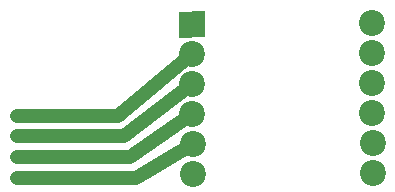
<source format=gbr>
%FSLAX34Y34*%
%MOMM*%
%LNCOPPER_BOTTOM*%
G71*
G01*
%ADD10C,1.200*%
%ADD11C,2.200*%
%LPD*%
G54D10*
X298500Y79500D02*
X310500Y79500D01*
G54D10*
X298500Y62000D02*
X310500Y62000D01*
G54D10*
X298500Y44500D02*
X310500Y44500D01*
G54D10*
X298500Y27000D02*
X310500Y27000D01*
G54D10*
X447053Y131244D02*
X384500Y79500D01*
X304500Y79500D01*
G54D10*
X304500Y62000D02*
X389500Y62000D01*
X447275Y105845D01*
G54D10*
X447497Y80446D02*
X394500Y44500D01*
X304500Y44500D01*
G54D10*
X304500Y27000D02*
X399500Y27000D01*
X447718Y55047D01*
G36*
X457735Y167739D02*
X457927Y145739D01*
X435928Y145547D01*
X435736Y167547D01*
X457735Y167739D01*
G37*
X447053Y131244D02*
G54D11*
D03*
X447275Y105845D02*
G54D11*
D03*
X447497Y80446D02*
G54D11*
D03*
X447718Y55047D02*
G54D11*
D03*
X447940Y29648D02*
G54D11*
D03*
X600334Y30978D02*
G54D11*
D03*
X600112Y56377D02*
G54D11*
D03*
X599891Y81776D02*
G54D11*
D03*
X599669Y107175D02*
G54D11*
D03*
X599448Y132574D02*
G54D11*
D03*
X599226Y157973D02*
G54D11*
D03*
M02*

</source>
